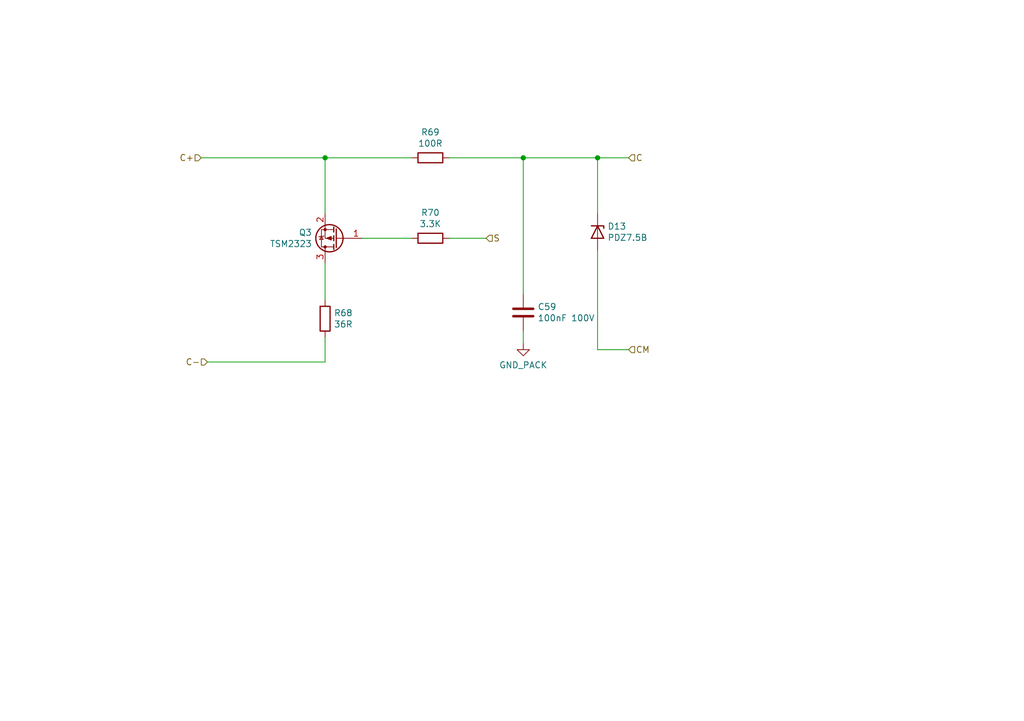
<source format=kicad_sch>
(kicad_sch (version 20230121) (generator eeschema)

  (uuid b617f54a-d595-416e-a403-41f59b27f156)

  (paper "A5")

  (title_block
    (date "2023-10-19")
    (rev "V0.1")
    (company "teTra")
  )

  (lib_symbols
    (symbol "Device:D_Zener" (pin_numbers hide) (pin_names (offset 1.016) hide) (in_bom yes) (on_board yes)
      (property "Reference" "D" (at 0 2.54 0)
        (effects (font (size 1.27 1.27)))
      )
      (property "Value" "D_Zener" (at 0 -2.54 0)
        (effects (font (size 1.27 1.27)))
      )
      (property "Footprint" "" (at 0 0 0)
        (effects (font (size 1.27 1.27)) hide)
      )
      (property "Datasheet" "~" (at 0 0 0)
        (effects (font (size 1.27 1.27)) hide)
      )
      (property "ki_keywords" "diode" (at 0 0 0)
        (effects (font (size 1.27 1.27)) hide)
      )
      (property "ki_description" "Zener diode" (at 0 0 0)
        (effects (font (size 1.27 1.27)) hide)
      )
      (property "ki_fp_filters" "TO-???* *_Diode_* *SingleDiode* D_*" (at 0 0 0)
        (effects (font (size 1.27 1.27)) hide)
      )
      (symbol "D_Zener_0_1"
        (polyline
          (pts
            (xy 1.27 0)
            (xy -1.27 0)
          )
          (stroke (width 0) (type default))
          (fill (type none))
        )
        (polyline
          (pts
            (xy -1.27 -1.27)
            (xy -1.27 1.27)
            (xy -0.762 1.27)
          )
          (stroke (width 0.254) (type default))
          (fill (type none))
        )
        (polyline
          (pts
            (xy 1.27 -1.27)
            (xy 1.27 1.27)
            (xy -1.27 0)
            (xy 1.27 -1.27)
          )
          (stroke (width 0.254) (type default))
          (fill (type none))
        )
      )
      (symbol "D_Zener_1_1"
        (pin passive line (at -3.81 0 0) (length 2.54)
          (name "K" (effects (font (size 1.27 1.27))))
          (number "1" (effects (font (size 1.27 1.27))))
        )
        (pin passive line (at 3.81 0 180) (length 2.54)
          (name "A" (effects (font (size 1.27 1.27))))
          (number "2" (effects (font (size 1.27 1.27))))
        )
      )
    )
    (symbol "Device:Q_PMOS_GSD" (pin_names (offset 0) hide) (in_bom yes) (on_board yes)
      (property "Reference" "Q" (at 5.08 1.27 0)
        (effects (font (size 1.27 1.27)) (justify left))
      )
      (property "Value" "Q_PMOS_GSD" (at 5.08 -1.27 0)
        (effects (font (size 1.27 1.27)) (justify left))
      )
      (property "Footprint" "" (at 5.08 2.54 0)
        (effects (font (size 1.27 1.27)) hide)
      )
      (property "Datasheet" "~" (at 0 0 0)
        (effects (font (size 1.27 1.27)) hide)
      )
      (property "ki_keywords" "transistor PMOS P-MOS P-MOSFET" (at 0 0 0)
        (effects (font (size 1.27 1.27)) hide)
      )
      (property "ki_description" "P-MOSFET transistor, gate/source/drain" (at 0 0 0)
        (effects (font (size 1.27 1.27)) hide)
      )
      (symbol "Q_PMOS_GSD_0_1"
        (polyline
          (pts
            (xy 0.254 0)
            (xy -2.54 0)
          )
          (stroke (width 0) (type default))
          (fill (type none))
        )
        (polyline
          (pts
            (xy 0.254 1.905)
            (xy 0.254 -1.905)
          )
          (stroke (width 0.254) (type default))
          (fill (type none))
        )
        (polyline
          (pts
            (xy 0.762 -1.27)
            (xy 0.762 -2.286)
          )
          (stroke (width 0.254) (type default))
          (fill (type none))
        )
        (polyline
          (pts
            (xy 0.762 0.508)
            (xy 0.762 -0.508)
          )
          (stroke (width 0.254) (type default))
          (fill (type none))
        )
        (polyline
          (pts
            (xy 0.762 2.286)
            (xy 0.762 1.27)
          )
          (stroke (width 0.254) (type default))
          (fill (type none))
        )
        (polyline
          (pts
            (xy 2.54 2.54)
            (xy 2.54 1.778)
          )
          (stroke (width 0) (type default))
          (fill (type none))
        )
        (polyline
          (pts
            (xy 2.54 -2.54)
            (xy 2.54 0)
            (xy 0.762 0)
          )
          (stroke (width 0) (type default))
          (fill (type none))
        )
        (polyline
          (pts
            (xy 0.762 1.778)
            (xy 3.302 1.778)
            (xy 3.302 -1.778)
            (xy 0.762 -1.778)
          )
          (stroke (width 0) (type default))
          (fill (type none))
        )
        (polyline
          (pts
            (xy 2.286 0)
            (xy 1.27 0.381)
            (xy 1.27 -0.381)
            (xy 2.286 0)
          )
          (stroke (width 0) (type default))
          (fill (type outline))
        )
        (polyline
          (pts
            (xy 2.794 -0.508)
            (xy 2.921 -0.381)
            (xy 3.683 -0.381)
            (xy 3.81 -0.254)
          )
          (stroke (width 0) (type default))
          (fill (type none))
        )
        (polyline
          (pts
            (xy 3.302 -0.381)
            (xy 2.921 0.254)
            (xy 3.683 0.254)
            (xy 3.302 -0.381)
          )
          (stroke (width 0) (type default))
          (fill (type none))
        )
        (circle (center 1.651 0) (radius 2.794)
          (stroke (width 0.254) (type default))
          (fill (type none))
        )
        (circle (center 2.54 -1.778) (radius 0.254)
          (stroke (width 0) (type default))
          (fill (type outline))
        )
        (circle (center 2.54 1.778) (radius 0.254)
          (stroke (width 0) (type default))
          (fill (type outline))
        )
      )
      (symbol "Q_PMOS_GSD_1_1"
        (pin input line (at -5.08 0 0) (length 2.54)
          (name "G" (effects (font (size 1.27 1.27))))
          (number "1" (effects (font (size 1.27 1.27))))
        )
        (pin passive line (at 2.54 -5.08 90) (length 2.54)
          (name "S" (effects (font (size 1.27 1.27))))
          (number "2" (effects (font (size 1.27 1.27))))
        )
        (pin passive line (at 2.54 5.08 270) (length 2.54)
          (name "D" (effects (font (size 1.27 1.27))))
          (number "3" (effects (font (size 1.27 1.27))))
        )
      )
    )
    (symbol "Device:R" (pin_numbers hide) (pin_names (offset 0)) (in_bom yes) (on_board yes)
      (property "Reference" "R" (at 2.032 0 90)
        (effects (font (size 1.27 1.27)))
      )
      (property "Value" "R" (at 0 0 90)
        (effects (font (size 1.27 1.27)))
      )
      (property "Footprint" "" (at -1.778 0 90)
        (effects (font (size 1.27 1.27)) hide)
      )
      (property "Datasheet" "~" (at 0 0 0)
        (effects (font (size 1.27 1.27)) hide)
      )
      (property "ki_keywords" "R res resistor" (at 0 0 0)
        (effects (font (size 1.27 1.27)) hide)
      )
      (property "ki_description" "Resistor" (at 0 0 0)
        (effects (font (size 1.27 1.27)) hide)
      )
      (property "ki_fp_filters" "R_*" (at 0 0 0)
        (effects (font (size 1.27 1.27)) hide)
      )
      (symbol "R_0_1"
        (rectangle (start -1.016 -2.54) (end 1.016 2.54)
          (stroke (width 0.254) (type default))
          (fill (type none))
        )
      )
      (symbol "R_1_1"
        (pin passive line (at 0 3.81 270) (length 1.27)
          (name "~" (effects (font (size 1.27 1.27))))
          (number "1" (effects (font (size 1.27 1.27))))
        )
        (pin passive line (at 0 -3.81 90) (length 1.27)
          (name "~" (effects (font (size 1.27 1.27))))
          (number "2" (effects (font (size 1.27 1.27))))
        )
      )
    )
    (symbol "LTC6811-rescue:C-Device" (pin_numbers hide) (pin_names (offset 0.254)) (in_bom yes) (on_board yes)
      (property "Reference" "C" (at 0.635 2.54 0)
        (effects (font (size 1.27 1.27)) (justify left))
      )
      (property "Value" "Device_C" (at 0.635 -2.54 0)
        (effects (font (size 1.27 1.27)) (justify left))
      )
      (property "Footprint" "" (at 0.9652 -3.81 0)
        (effects (font (size 1.27 1.27)) hide)
      )
      (property "Datasheet" "" (at 0 0 0)
        (effects (font (size 1.27 1.27)) hide)
      )
      (property "ki_fp_filters" "C_*" (at 0 0 0)
        (effects (font (size 1.27 1.27)) hide)
      )
      (symbol "C-Device_0_1"
        (polyline
          (pts
            (xy -2.032 -0.762)
            (xy 2.032 -0.762)
          )
          (stroke (width 0.508) (type solid))
          (fill (type none))
        )
        (polyline
          (pts
            (xy -2.032 0.762)
            (xy 2.032 0.762)
          )
          (stroke (width 0.508) (type solid))
          (fill (type none))
        )
      )
      (symbol "C-Device_1_1"
        (pin passive line (at 0 3.81 270) (length 2.794)
          (name "~" (effects (font (size 1.27 1.27))))
          (number "1" (effects (font (size 1.27 1.27))))
        )
        (pin passive line (at 0 -3.81 90) (length 2.794)
          (name "~" (effects (font (size 1.27 1.27))))
          (number "2" (effects (font (size 1.27 1.27))))
        )
      )
    )
    (symbol "power:GND_PACK" (power) (pin_names (offset 0)) (in_bom yes) (on_board yes)
      (property "Reference" "#PWR" (at 0 -6.35 0)
        (effects (font (size 1.27 1.27)) hide)
      )
      (property "Value" "GND_PACK" (at 0 -3.81 0)
        (effects (font (size 1.27 1.27)))
      )
      (property "Footprint" "" (at 0 0 0)
        (effects (font (size 1.27 1.27)) hide)
      )
      (property "Datasheet" "" (at 0 0 0)
        (effects (font (size 1.27 1.27)) hide)
      )
      (property "ki_keywords" "global power" (at 0 0 0)
        (effects (font (size 1.27 1.27)) hide)
      )
      (property "ki_description" "Power symbol creates a global label with name \"GND_PACK\" , ground" (at 0 0 0)
        (effects (font (size 1.27 1.27)) hide)
      )
      (symbol "GND_PACK_0_1"
        (polyline
          (pts
            (xy 0 0)
            (xy 0 -1.27)
            (xy 1.27 -1.27)
            (xy 0 -2.54)
            (xy -1.27 -1.27)
            (xy 0 -1.27)
          )
          (stroke (width 0) (type default))
          (fill (type none))
        )
      )
      (symbol "GND_PACK_1_1"
        (pin power_in line (at 0 0 270) (length 0) hide
          (name "GND_PACK" (effects (font (size 1.27 1.27))))
          (number "1" (effects (font (size 1.27 1.27))))
        )
      )
    )
  )

  (junction (at 122.555 32.385) (diameter 0) (color 0 0 0 0)
    (uuid 5a41a0a9-4a65-4203-9379-8b75415dce6d)
  )
  (junction (at 107.315 32.385) (diameter 0) (color 0 0 0 0)
    (uuid 5f139e44-093e-43a7-a558-f20763f89a8f)
  )
  (junction (at 66.675 32.385) (diameter 0) (color 0 0 0 0)
    (uuid b3215ab0-2cfc-4375-9f4b-50ddd3c00b07)
  )

  (wire (pts (xy 66.675 69.215) (xy 66.675 74.295))
    (stroke (width 0) (type default))
    (uuid 00449964-0469-4a40-8a7e-3261f8f4212d)
  )
  (wire (pts (xy 42.545 74.295) (xy 66.675 74.295))
    (stroke (width 0) (type default))
    (uuid 20aa87fc-cf9a-4f23-a711-cae9932a4116)
  )
  (wire (pts (xy 122.555 32.385) (xy 128.905 32.385))
    (stroke (width 0) (type default))
    (uuid 28efcf94-7f38-4e5a-9267-04afb8c9b61c)
  )
  (wire (pts (xy 107.315 32.385) (xy 107.315 60.325))
    (stroke (width 0) (type default))
    (uuid 3afca798-79e6-4583-9d91-d7af3342a090)
  )
  (wire (pts (xy 122.555 51.435) (xy 122.555 71.755))
    (stroke (width 0) (type default))
    (uuid 5d96c59a-744d-401f-b160-d49ad2c7fb37)
  )
  (wire (pts (xy 66.675 53.975) (xy 66.675 61.595))
    (stroke (width 0) (type default))
    (uuid 685fa693-2cd3-4577-ac16-caf4cb0af852)
  )
  (wire (pts (xy 92.075 48.895) (xy 99.695 48.895))
    (stroke (width 0) (type default))
    (uuid 980ada39-89b2-4e8d-ac5d-5e63b8225a22)
  )
  (wire (pts (xy 107.315 67.945) (xy 107.315 70.485))
    (stroke (width 0) (type default))
    (uuid 9e847583-a3ad-4aa2-b215-b0583e9cd0e7)
  )
  (wire (pts (xy 92.075 32.385) (xy 107.315 32.385))
    (stroke (width 0) (type default))
    (uuid d50952f2-e7b8-4d22-94ed-f1fb55d03bc9)
  )
  (wire (pts (xy 122.555 71.755) (xy 128.905 71.755))
    (stroke (width 0) (type default))
    (uuid e4f48ee0-1025-4c78-bcb3-94534fa4edbc)
  )
  (wire (pts (xy 107.315 32.385) (xy 122.555 32.385))
    (stroke (width 0) (type default))
    (uuid e53e0e6b-cb7c-4c17-b15b-9cafe4dfdcbe)
  )
  (wire (pts (xy 66.675 32.385) (xy 66.675 43.815))
    (stroke (width 0) (type default))
    (uuid e5b313e2-7811-4969-b2bd-2198c88a4048)
  )
  (wire (pts (xy 84.455 32.385) (xy 66.675 32.385))
    (stroke (width 0) (type default))
    (uuid eb2cd8c9-4878-4dc2-a6ce-f0eb2d55dcc9)
  )
  (wire (pts (xy 41.275 32.385) (xy 66.675 32.385))
    (stroke (width 0) (type default))
    (uuid f172ebd6-a074-4a52-9a82-d6e8207c0df7)
  )
  (wire (pts (xy 74.295 48.895) (xy 84.455 48.895))
    (stroke (width 0) (type default))
    (uuid f6c39dd0-8257-4df2-8246-2b7c82daa4a9)
  )
  (wire (pts (xy 122.555 43.815) (xy 122.555 32.385))
    (stroke (width 0) (type default))
    (uuid fdd47970-c072-4da4-8644-8bf011c6214b)
  )

  (hierarchical_label "S" (shape input) (at 99.695 48.895 0) (fields_autoplaced)
    (effects (font (size 1.27 1.27)) (justify left))
    (uuid 4a6bbecf-03f6-4c06-bb2e-550e96c8bdbc)
  )
  (hierarchical_label "C" (shape input) (at 128.905 32.385 0) (fields_autoplaced)
    (effects (font (size 1.27 1.27)) (justify left))
    (uuid 4d348356-9c8b-4d14-82b9-f6a543218144)
  )
  (hierarchical_label "C+" (shape input) (at 41.275 32.385 180) (fields_autoplaced)
    (effects (font (size 1.27 1.27)) (justify right))
    (uuid 4dda22f8-6091-4ff5-af73-cb7c121ff4d7)
  )
  (hierarchical_label "C-" (shape input) (at 42.545 74.295 180) (fields_autoplaced)
    (effects (font (size 1.27 1.27)) (justify right))
    (uuid 7558b255-b61b-4ec0-9d0f-5f1770b52780)
  )
  (hierarchical_label "CM" (shape input) (at 128.905 71.755 0) (fields_autoplaced)
    (effects (font (size 1.27 1.27)) (justify left))
    (uuid 9cc79c65-54f9-43ba-9363-91facd3e8160)
  )

  (symbol (lib_id "Device:Q_PMOS_GSD") (at 69.215 48.895 180) (unit 1)
    (in_bom yes) (on_board yes) (dnp no)
    (uuid 0521340c-6875-40b5-8f4e-658aa854575c)
    (property "Reference" "Q3" (at 64.008 47.7266 0)
      (effects (font (size 1.27 1.27)) (justify left))
    )
    (property "Value" "TSM2323" (at 64.008 50.038 0)
      (effects (font (size 1.27 1.27)) (justify left))
    )
    (property "Footprint" "Package_TO_SOT_SMD:SOT-23" (at 64.135 51.435 0)
      (effects (font (size 1.27 1.27)) hide)
    )
    (property "Datasheet" "~" (at 69.215 48.895 0)
      (effects (font (size 1.27 1.27)) hide)
    )
    (property "MPN" "TSM2323CX RFG " (at 69.215 48.895 0)
      (effects (font (size 1.27 1.27)) hide)
    )
    (pin "1" (uuid de979a08-0494-4a82-94cb-7307717053d8))
    (pin "2" (uuid 1eadc494-f02c-43e8-844d-5edaf151ab48))
    (pin "3" (uuid 84f172cc-039c-4244-8d81-344919d5ff2b))
    (instances
      (project "LTC6811_ESP32"
        (path "/6a86ff6f-b159-4c4c-8a40-e732cc82e010/0999518d-09c3-4a69-bd78-ff81b3ce8dd2/465070a3-d5f3-43ad-8597-2e1a5d40b801"
          (reference "Q3") (unit 1)
        )
        (path "/6a86ff6f-b159-4c4c-8a40-e732cc82e010/0999518d-09c3-4a69-bd78-ff81b3ce8dd2/e334af48-6edd-41fc-8590-ee7e4dff41f8"
          (reference "Q4") (unit 1)
        )
        (path "/6a86ff6f-b159-4c4c-8a40-e732cc82e010/0999518d-09c3-4a69-bd78-ff81b3ce8dd2/19041a75-53c8-4483-ab7a-6e49fae012b6"
          (reference "Q5") (unit 1)
        )
        (path "/6a86ff6f-b159-4c4c-8a40-e732cc82e010/0999518d-09c3-4a69-bd78-ff81b3ce8dd2/e53818c9-b8a7-47e2-8bef-2b7a2c59483f"
          (reference "Q6") (unit 1)
        )
        (path "/6a86ff6f-b159-4c4c-8a40-e732cc82e010/0999518d-09c3-4a69-bd78-ff81b3ce8dd2/d68d73fb-b65c-48fe-93ad-ef8e1e59b36d"
          (reference "Q7") (unit 1)
        )
        (path "/6a86ff6f-b159-4c4c-8a40-e732cc82e010/0999518d-09c3-4a69-bd78-ff81b3ce8dd2/bd59d348-fc68-4734-92b5-50f888b7578c"
          (reference "Q8") (unit 1)
        )
        (path "/6a86ff6f-b159-4c4c-8a40-e732cc82e010/0999518d-09c3-4a69-bd78-ff81b3ce8dd2/8de7d13b-b697-42c9-ba84-33fadfc425b6"
          (reference "Q9") (unit 1)
        )
        (path "/6a86ff6f-b159-4c4c-8a40-e732cc82e010/0999518d-09c3-4a69-bd78-ff81b3ce8dd2/60cc472b-ffa3-49bc-9ffa-1eb4726af0bf"
          (reference "Q10") (unit 1)
        )
        (path "/6a86ff6f-b159-4c4c-8a40-e732cc82e010/0999518d-09c3-4a69-bd78-ff81b3ce8dd2/463e1fe4-7edf-42b1-8034-da5791a5ce86"
          (reference "Q11") (unit 1)
        )
        (path "/6a86ff6f-b159-4c4c-8a40-e732cc82e010/0999518d-09c3-4a69-bd78-ff81b3ce8dd2/210373bf-e475-47d4-99fb-665ba599d634"
          (reference "Q12") (unit 1)
        )
        (path "/6a86ff6f-b159-4c4c-8a40-e732cc82e010/0999518d-09c3-4a69-bd78-ff81b3ce8dd2/c041c063-928c-41d7-8623-0d8fabfc1e80"
          (reference "Q13") (unit 1)
        )
        (path "/6a86ff6f-b159-4c4c-8a40-e732cc82e010/0999518d-09c3-4a69-bd78-ff81b3ce8dd2/fedf4b0c-24fd-4552-8bac-0aa12510716a"
          (reference "Q14") (unit 1)
        )
      )
      (project "LTC6811"
        (path "/c4061cfa-a05d-44c7-ba89-bb211c8b143a/00000000-0000-0000-0000-00005c4fcbe0"
          (reference "Q3") (unit 1)
        )
        (path "/c4061cfa-a05d-44c7-ba89-bb211c8b143a/00000000-0000-0000-0000-00005c4fced8"
          (reference "Q5") (unit 1)
        )
        (path "/c4061cfa-a05d-44c7-ba89-bb211c8b143a/00000000-0000-0000-0000-00005c4fd330"
          (reference "Q7") (unit 1)
        )
        (path "/c4061cfa-a05d-44c7-ba89-bb211c8b143a/00000000-0000-0000-0000-00005c4fd33c"
          (reference "Q9") (unit 1)
        )
        (path "/c4061cfa-a05d-44c7-ba89-bb211c8b143a/00000000-0000-0000-0000-00005c4ffa2b"
          (reference "Q11") (unit 1)
        )
        (path "/c4061cfa-a05d-44c7-ba89-bb211c8b143a/00000000-0000-0000-0000-00005c4ffa37"
          (reference "Q13") (unit 1)
        )
        (path "/c4061cfa-a05d-44c7-ba89-bb211c8b143a/00000000-0000-0000-0000-00005c4fced2"
          (reference "Q4") (unit 1)
        )
        (path "/c4061cfa-a05d-44c7-ba89-bb211c8b143a/00000000-0000-0000-0000-00005c4fd336"
          (reference "Q8") (unit 1)
        )
        (path "/c4061cfa-a05d-44c7-ba89-bb211c8b143a/00000000-0000-0000-0000-00005c4ffa31"
          (reference "Q12") (unit 1)
        )
        (path "/c4061cfa-a05d-44c7-ba89-bb211c8b143a/00000000-0000-0000-0000-00005c4f59f4"
          (reference "Q2") (unit 1)
        )
        (path "/c4061cfa-a05d-44c7-ba89-bb211c8b143a/00000000-0000-0000-0000-00005c4ffa25"
          (reference "Q10") (unit 1)
        )
        (path "/c4061cfa-a05d-44c7-ba89-bb211c8b143a/00000000-0000-0000-0000-00005c4fd32a"
          (reference "Q6") (unit 1)
        )
      )
    )
  )

  (symbol (lib_id "power:GND_PACK") (at 107.315 70.485 0) (unit 1)
    (in_bom yes) (on_board yes) (dnp no) (fields_autoplaced)
    (uuid 5d892bb2-6629-460c-a20d-058cbe4979bb)
    (property "Reference" "#PWR085" (at 107.315 76.835 0)
      (effects (font (size 1.27 1.27)) hide)
    )
    (property "Value" "GND_PACK" (at 107.315 74.93 0)
      (effects (font (size 1.27 1.27)))
    )
    (property "Footprint" "" (at 107.315 70.485 0)
      (effects (font (size 1.27 1.27)) hide)
    )
    (property "Datasheet" "" (at 107.315 70.485 0)
      (effects (font (size 1.27 1.27)) hide)
    )
    (pin "1" (uuid c6433e8f-9801-448a-a8a7-0d35a802ca90))
    (instances
      (project "LTC6811_ESP32"
        (path "/6a86ff6f-b159-4c4c-8a40-e732cc82e010/0999518d-09c3-4a69-bd78-ff81b3ce8dd2"
          (reference "#PWR085") (unit 1)
        )
        (path "/6a86ff6f-b159-4c4c-8a40-e732cc82e010/0999518d-09c3-4a69-bd78-ff81b3ce8dd2/465070a3-d5f3-43ad-8597-2e1a5d40b801"
          (reference "#PWR086") (unit 1)
        )
        (path "/6a86ff6f-b159-4c4c-8a40-e732cc82e010/0999518d-09c3-4a69-bd78-ff81b3ce8dd2/e334af48-6edd-41fc-8590-ee7e4dff41f8"
          (reference "#PWR087") (unit 1)
        )
        (path "/6a86ff6f-b159-4c4c-8a40-e732cc82e010/0999518d-09c3-4a69-bd78-ff81b3ce8dd2/19041a75-53c8-4483-ab7a-6e49fae012b6"
          (reference "#PWR088") (unit 1)
        )
        (path "/6a86ff6f-b159-4c4c-8a40-e732cc82e010/0999518d-09c3-4a69-bd78-ff81b3ce8dd2/e53818c9-b8a7-47e2-8bef-2b7a2c59483f"
          (reference "#PWR089") (unit 1)
        )
        (path "/6a86ff6f-b159-4c4c-8a40-e732cc82e010/0999518d-09c3-4a69-bd78-ff81b3ce8dd2/d68d73fb-b65c-48fe-93ad-ef8e1e59b36d"
          (reference "#PWR090") (unit 1)
        )
        (path "/6a86ff6f-b159-4c4c-8a40-e732cc82e010/0999518d-09c3-4a69-bd78-ff81b3ce8dd2/bd59d348-fc68-4734-92b5-50f888b7578c"
          (reference "#PWR091") (unit 1)
        )
        (path "/6a86ff6f-b159-4c4c-8a40-e732cc82e010/0999518d-09c3-4a69-bd78-ff81b3ce8dd2/8de7d13b-b697-42c9-ba84-33fadfc425b6"
          (reference "#PWR092") (unit 1)
        )
        (path "/6a86ff6f-b159-4c4c-8a40-e732cc82e010/0999518d-09c3-4a69-bd78-ff81b3ce8dd2/60cc472b-ffa3-49bc-9ffa-1eb4726af0bf"
          (reference "#PWR093") (unit 1)
        )
        (path "/6a86ff6f-b159-4c4c-8a40-e732cc82e010/0999518d-09c3-4a69-bd78-ff81b3ce8dd2/463e1fe4-7edf-42b1-8034-da5791a5ce86"
          (reference "#PWR094") (unit 1)
        )
        (path "/6a86ff6f-b159-4c4c-8a40-e732cc82e010/0999518d-09c3-4a69-bd78-ff81b3ce8dd2/210373bf-e475-47d4-99fb-665ba599d634"
          (reference "#PWR095") (unit 1)
        )
        (path "/6a86ff6f-b159-4c4c-8a40-e732cc82e010/0999518d-09c3-4a69-bd78-ff81b3ce8dd2/c041c063-928c-41d7-8623-0d8fabfc1e80"
          (reference "#PWR096") (unit 1)
        )
        (path "/6a86ff6f-b159-4c4c-8a40-e732cc82e010/0999518d-09c3-4a69-bd78-ff81b3ce8dd2/fedf4b0c-24fd-4552-8bac-0aa12510716a"
          (reference "#PWR097") (unit 1)
        )
      )
    )
  )

  (symbol (lib_id "Device:R") (at 88.265 48.895 270) (unit 1)
    (in_bom yes) (on_board yes) (dnp no)
    (uuid 5f2a1073-76ab-46f5-9581-e7e19e53c38d)
    (property "Reference" "R70" (at 88.265 43.6372 90)
      (effects (font (size 1.27 1.27)))
    )
    (property "Value" "3.3K" (at 88.265 45.9486 90)
      (effects (font (size 1.27 1.27)))
    )
    (property "Footprint" "Resistor_SMD:R_0603_1608Metric" (at 88.265 47.117 90)
      (effects (font (size 1.27 1.27)) hide)
    )
    (property "Datasheet" "~" (at 88.265 48.895 0)
      (effects (font (size 1.27 1.27)) hide)
    )
    (property "MPN" "RC0603JR-073K3L" (at 88.265 48.895 0)
      (effects (font (size 1.27 1.27)) hide)
    )
    (pin "1" (uuid 2bdb3f02-610a-4f6a-9ec1-9e5915d7c4cb))
    (pin "2" (uuid 25ad0aa9-9760-4419-bf71-f28dd03f5761))
    (instances
      (project "LTC6811_ESP32"
        (path "/6a86ff6f-b159-4c4c-8a40-e732cc82e010/0999518d-09c3-4a69-bd78-ff81b3ce8dd2/465070a3-d5f3-43ad-8597-2e1a5d40b801"
          (reference "R70") (unit 1)
        )
        (path "/6a86ff6f-b159-4c4c-8a40-e732cc82e010/0999518d-09c3-4a69-bd78-ff81b3ce8dd2/e334af48-6edd-41fc-8590-ee7e4dff41f8"
          (reference "R73") (unit 1)
        )
        (path "/6a86ff6f-b159-4c4c-8a40-e732cc82e010/0999518d-09c3-4a69-bd78-ff81b3ce8dd2/19041a75-53c8-4483-ab7a-6e49fae012b6"
          (reference "R76") (unit 1)
        )
        (path "/6a86ff6f-b159-4c4c-8a40-e732cc82e010/0999518d-09c3-4a69-bd78-ff81b3ce8dd2/e53818c9-b8a7-47e2-8bef-2b7a2c59483f"
          (reference "R79") (unit 1)
        )
        (path "/6a86ff6f-b159-4c4c-8a40-e732cc82e010/0999518d-09c3-4a69-bd78-ff81b3ce8dd2/d68d73fb-b65c-48fe-93ad-ef8e1e59b36d"
          (reference "R82") (unit 1)
        )
        (path "/6a86ff6f-b159-4c4c-8a40-e732cc82e010/0999518d-09c3-4a69-bd78-ff81b3ce8dd2/bd59d348-fc68-4734-92b5-50f888b7578c"
          (reference "R85") (unit 1)
        )
        (path "/6a86ff6f-b159-4c4c-8a40-e732cc82e010/0999518d-09c3-4a69-bd78-ff81b3ce8dd2/8de7d13b-b697-42c9-ba84-33fadfc425b6"
          (reference "R88") (unit 1)
        )
        (path "/6a86ff6f-b159-4c4c-8a40-e732cc82e010/0999518d-09c3-4a69-bd78-ff81b3ce8dd2/60cc472b-ffa3-49bc-9ffa-1eb4726af0bf"
          (reference "R91") (unit 1)
        )
        (path "/6a86ff6f-b159-4c4c-8a40-e732cc82e010/0999518d-09c3-4a69-bd78-ff81b3ce8dd2/463e1fe4-7edf-42b1-8034-da5791a5ce86"
          (reference "R94") (unit 1)
        )
        (path "/6a86ff6f-b159-4c4c-8a40-e732cc82e010/0999518d-09c3-4a69-bd78-ff81b3ce8dd2/210373bf-e475-47d4-99fb-665ba599d634"
          (reference "R97") (unit 1)
        )
        (path "/6a86ff6f-b159-4c4c-8a40-e732cc82e010/0999518d-09c3-4a69-bd78-ff81b3ce8dd2/c041c063-928c-41d7-8623-0d8fabfc1e80"
          (reference "R100") (unit 1)
        )
        (path "/6a86ff6f-b159-4c4c-8a40-e732cc82e010/0999518d-09c3-4a69-bd78-ff81b3ce8dd2/fedf4b0c-24fd-4552-8bac-0aa12510716a"
          (reference "R103") (unit 1)
        )
      )
      (project "LTC6811"
        (path "/c4061cfa-a05d-44c7-ba89-bb211c8b143a/00000000-0000-0000-0000-00005c4fcbe0"
          (reference "R17") (unit 1)
        )
        (path "/c4061cfa-a05d-44c7-ba89-bb211c8b143a/00000000-0000-0000-0000-00005c4fced8"
          (reference "R23") (unit 1)
        )
        (path "/c4061cfa-a05d-44c7-ba89-bb211c8b143a/00000000-0000-0000-0000-00005c4fd330"
          (reference "R29") (unit 1)
        )
        (path "/c4061cfa-a05d-44c7-ba89-bb211c8b143a/00000000-0000-0000-0000-00005c4fd33c"
          (reference "R35") (unit 1)
        )
        (path "/c4061cfa-a05d-44c7-ba89-bb211c8b143a/00000000-0000-0000-0000-00005c4ffa2b"
          (reference "R41") (unit 1)
        )
        (path "/c4061cfa-a05d-44c7-ba89-bb211c8b143a/00000000-0000-0000-0000-00005c4ffa37"
          (reference "R47") (unit 1)
        )
        (path "/c4061cfa-a05d-44c7-ba89-bb211c8b143a/00000000-0000-0000-0000-00005c4fced2"
          (reference "R20") (unit 1)
        )
        (path "/c4061cfa-a05d-44c7-ba89-bb211c8b143a/00000000-0000-0000-0000-00005c4fd336"
          (reference "R32") (unit 1)
        )
        (path "/c4061cfa-a05d-44c7-ba89-bb211c8b143a/00000000-0000-0000-0000-00005c4ffa31"
          (reference "R44") (unit 1)
        )
        (path "/c4061cfa-a05d-44c7-ba89-bb211c8b143a/00000000-0000-0000-0000-00005c4f59f4"
          (reference "R14") (unit 1)
        )
        (path "/c4061cfa-a05d-44c7-ba89-bb211c8b143a/00000000-0000-0000-0000-00005c4ffa25"
          (reference "R38") (unit 1)
        )
        (path "/c4061cfa-a05d-44c7-ba89-bb211c8b143a/00000000-0000-0000-0000-00005c4fd32a"
          (reference "R26") (unit 1)
        )
      )
    )
  )

  (symbol (lib_id "LTC6811-rescue:C-Device") (at 107.315 64.135 0) (unit 1)
    (in_bom yes) (on_board yes) (dnp no)
    (uuid b6a6273f-7685-4248-b1db-9f35a32326fb)
    (property "Reference" "C59" (at 110.236 62.9666 0)
      (effects (font (size 1.27 1.27)) (justify left))
    )
    (property "Value" "100nF 100V" (at 110.236 65.278 0)
      (effects (font (size 1.27 1.27)) (justify left))
    )
    (property "Footprint" "Capacitor_SMD:C_0603_1608Metric" (at 108.2802 67.945 0)
      (effects (font (size 1.27 1.27)) hide)
    )
    (property "Datasheet" "https://www.digikey.jp/en/products/detail/samsung-electro-mechanics/CL10B104KC8NNNC/5961291?s=N4IgTCBcDaIMIBkCMAGAQqgLAaTgDgDki4AdEkAXQF8g" (at 107.315 64.135 0)
      (effects (font (size 1.27 1.27)) hide)
    )
    (property "MPN" "CL10B104KC8NNNC" (at 107.315 64.135 0)
      (effects (font (size 1.27 1.27)) hide)
    )
    (property "Description" "0.1 µF ±10% 100V Ceramic Capacitor X7R 0603 (1608 Metric)" (at 107.315 64.135 0)
      (effects (font (size 1.27 1.27)) hide)
    )
    (property "Link" "https://www.digikey.jp/en/products/detail/samsung-electro-mechanics/CL10B104KC8NNNC/5961291?s=N4IgTCBcDaIMIBkCMAGAQqgLAaTgDgDki4QBdAXyA" (at 107.315 64.135 0)
      (effects (font (size 1.27 1.27)) hide)
    )
    (pin "1" (uuid b7d80729-4f1d-49bb-bf6f-af51490b6c3f))
    (pin "2" (uuid 38b99dfe-eb21-4ea2-ab90-5b0d05c8d2ab))
    (instances
      (project "LTC6811_ESP32"
        (path "/6a86ff6f-b159-4c4c-8a40-e732cc82e010/0999518d-09c3-4a69-bd78-ff81b3ce8dd2/465070a3-d5f3-43ad-8597-2e1a5d40b801"
          (reference "C59") (unit 1)
        )
        (path "/6a86ff6f-b159-4c4c-8a40-e732cc82e010/0999518d-09c3-4a69-bd78-ff81b3ce8dd2/e334af48-6edd-41fc-8590-ee7e4dff41f8"
          (reference "C60") (unit 1)
        )
        (path "/6a86ff6f-b159-4c4c-8a40-e732cc82e010/0999518d-09c3-4a69-bd78-ff81b3ce8dd2/19041a75-53c8-4483-ab7a-6e49fae012b6"
          (reference "C61") (unit 1)
        )
        (path "/6a86ff6f-b159-4c4c-8a40-e732cc82e010/0999518d-09c3-4a69-bd78-ff81b3ce8dd2/e53818c9-b8a7-47e2-8bef-2b7a2c59483f"
          (reference "C62") (unit 1)
        )
        (path "/6a86ff6f-b159-4c4c-8a40-e732cc82e010/0999518d-09c3-4a69-bd78-ff81b3ce8dd2/d68d73fb-b65c-48fe-93ad-ef8e1e59b36d"
          (reference "C63") (unit 1)
        )
        (path "/6a86ff6f-b159-4c4c-8a40-e732cc82e010/0999518d-09c3-4a69-bd78-ff81b3ce8dd2/bd59d348-fc68-4734-92b5-50f888b7578c"
          (reference "C64") (unit 1)
        )
        (path "/6a86ff6f-b159-4c4c-8a40-e732cc82e010/0999518d-09c3-4a69-bd78-ff81b3ce8dd2/8de7d13b-b697-42c9-ba84-33fadfc425b6"
          (reference "C65") (unit 1)
        )
        (path "/6a86ff6f-b159-4c4c-8a40-e732cc82e010/0999518d-09c3-4a69-bd78-ff81b3ce8dd2/60cc472b-ffa3-49bc-9ffa-1eb4726af0bf"
          (reference "C66") (unit 1)
        )
        (path "/6a86ff6f-b159-4c4c-8a40-e732cc82e010/0999518d-09c3-4a69-bd78-ff81b3ce8dd2/463e1fe4-7edf-42b1-8034-da5791a5ce86"
          (reference "C67") (unit 1)
        )
        (path "/6a86ff6f-b159-4c4c-8a40-e732cc82e010/0999518d-09c3-4a69-bd78-ff81b3ce8dd2/210373bf-e475-47d4-99fb-665ba599d634"
          (reference "C68") (unit 1)
        )
        (path "/6a86ff6f-b159-4c4c-8a40-e732cc82e010/0999518d-09c3-4a69-bd78-ff81b3ce8dd2/c041c063-928c-41d7-8623-0d8fabfc1e80"
          (reference "C69") (unit 1)
        )
        (path "/6a86ff6f-b159-4c4c-8a40-e732cc82e010/0999518d-09c3-4a69-bd78-ff81b3ce8dd2/fedf4b0c-24fd-4552-8bac-0aa12510716a"
          (reference "C70") (unit 1)
        )
      )
      (project "LTC6811"
        (path "/c4061cfa-a05d-44c7-ba89-bb211c8b143a/00000000-0000-0000-0000-00005c4fcbe0"
          (reference "C14") (unit 1)
        )
        (path "/c4061cfa-a05d-44c7-ba89-bb211c8b143a/00000000-0000-0000-0000-00005c4fced8"
          (reference "C16") (unit 1)
        )
        (path "/c4061cfa-a05d-44c7-ba89-bb211c8b143a/00000000-0000-0000-0000-00005c4fd330"
          (reference "C18") (unit 1)
        )
        (path "/c4061cfa-a05d-44c7-ba89-bb211c8b143a/00000000-0000-0000-0000-00005c4fd33c"
          (reference "C20") (unit 1)
        )
        (path "/c4061cfa-a05d-44c7-ba89-bb211c8b143a/00000000-0000-0000-0000-00005c4ffa2b"
          (reference "C22") (unit 1)
        )
        (path "/c4061cfa-a05d-44c7-ba89-bb211c8b143a/00000000-0000-0000-0000-00005c4ffa37"
          (reference "C24") (unit 1)
        )
        (path "/c4061cfa-a05d-44c7-ba89-bb211c8b143a/00000000-0000-0000-0000-00005c4fced2"
          (reference "C15") (unit 1)
        )
        (path "/c4061cfa-a05d-44c7-ba89-bb211c8b143a/00000000-0000-0000-0000-00005c4fd336"
          (reference "C19") (unit 1)
        )
        (path "/c4061cfa-a05d-44c7-ba89-bb211c8b143a/00000000-0000-0000-0000-00005c4ffa31"
          (reference "C23") (unit 1)
        )
        (path "/c4061cfa-a05d-44c7-ba89-bb211c8b143a/00000000-0000-0000-0000-00005c4f59f4"
          (reference "C13") (unit 1)
        )
        (path "/c4061cfa-a05d-44c7-ba89-bb211c8b143a/00000000-0000-0000-0000-00005c4ffa25"
          (reference "C21") (unit 1)
        )
        (path "/c4061cfa-a05d-44c7-ba89-bb211c8b143a/00000000-0000-0000-0000-00005c4fd32a"
          (reference "C17") (unit 1)
        )
      )
    )
  )

  (symbol (lib_id "Device:R") (at 66.675 65.405 180) (unit 1)
    (in_bom yes) (on_board yes) (dnp no)
    (uuid cf86cc3e-0bf9-498f-9c39-5ddc44f31eaf)
    (property "Reference" "R68" (at 68.453 64.2366 0)
      (effects (font (size 1.27 1.27)) (justify right))
    )
    (property "Value" "36R" (at 68.453 66.548 0)
      (effects (font (size 1.27 1.27)) (justify right))
    )
    (property "Footprint" "Resistor_SMD:R_2512_6332Metric" (at 68.453 65.405 90)
      (effects (font (size 1.27 1.27)) hide)
    )
    (property "Datasheet" "~" (at 66.675 65.405 0)
      (effects (font (size 1.27 1.27)) hide)
    )
    (property "MPN" "RTT25360JTE" (at 66.675 65.405 0)
      (effects (font (size 1.27 1.27)) hide)
    )
    (pin "1" (uuid 173d3a0d-659c-4ca6-b91e-b491f0f34a68))
    (pin "2" (uuid d30953cf-798b-4bcd-8c0a-87dbf7c3a86d))
    (instances
      (project "LTC6811_ESP32"
        (path "/6a86ff6f-b159-4c4c-8a40-e732cc82e010/0999518d-09c3-4a69-bd78-ff81b3ce8dd2/465070a3-d5f3-43ad-8597-2e1a5d40b801"
          (reference "R68") (unit 1)
        )
        (path "/6a86ff6f-b159-4c4c-8a40-e732cc82e010/0999518d-09c3-4a69-bd78-ff81b3ce8dd2/e334af48-6edd-41fc-8590-ee7e4dff41f8"
          (reference "R71") (unit 1)
        )
        (path "/6a86ff6f-b159-4c4c-8a40-e732cc82e010/0999518d-09c3-4a69-bd78-ff81b3ce8dd2/19041a75-53c8-4483-ab7a-6e49fae012b6"
          (reference "R74") (unit 1)
        )
        (path "/6a86ff6f-b159-4c4c-8a40-e732cc82e010/0999518d-09c3-4a69-bd78-ff81b3ce8dd2/e53818c9-b8a7-47e2-8bef-2b7a2c59483f"
          (reference "R77") (unit 1)
        )
        (path "/6a86ff6f-b159-4c4c-8a40-e732cc82e010/0999518d-09c3-4a69-bd78-ff81b3ce8dd2/d68d73fb-b65c-48fe-93ad-ef8e1e59b36d"
          (reference "R80") (unit 1)
        )
        (path "/6a86ff6f-b159-4c4c-8a40-e732cc82e010/0999518d-09c3-4a69-bd78-ff81b3ce8dd2/bd59d348-fc68-4734-92b5-50f888b7578c"
          (reference "R83") (unit 1)
        )
        (path "/6a86ff6f-b159-4c4c-8a40-e732cc82e010/0999518d-09c3-4a69-bd78-ff81b3ce8dd2/8de7d13b-b697-42c9-ba84-33fadfc425b6"
          (reference "R86") (unit 1)
        )
        (path "/6a86ff6f-b159-4c4c-8a40-e732cc82e010/0999518d-09c3-4a69-bd78-ff81b3ce8dd2/60cc472b-ffa3-49bc-9ffa-1eb4726af0bf"
          (reference "R89") (unit 1)
        )
        (path "/6a86ff6f-b159-4c4c-8a40-e732cc82e010/0999518d-09c3-4a69-bd78-ff81b3ce8dd2/463e1fe4-7edf-42b1-8034-da5791a5ce86"
          (reference "R92") (unit 1)
        )
        (path "/6a86ff6f-b159-4c4c-8a40-e732cc82e010/0999518d-09c3-4a69-bd78-ff81b3ce8dd2/210373bf-e475-47d4-99fb-665ba599d634"
          (reference "R95") (unit 1)
        )
        (path "/6a86ff6f-b159-4c4c-8a40-e732cc82e010/0999518d-09c3-4a69-bd78-ff81b3ce8dd2/c041c063-928c-41d7-8623-0d8fabfc1e80"
          (reference "R98") (unit 1)
        )
        (path "/6a86ff6f-b159-4c4c-8a40-e732cc82e010/0999518d-09c3-4a69-bd78-ff81b3ce8dd2/fedf4b0c-24fd-4552-8bac-0aa12510716a"
          (reference "R101") (unit 1)
        )
      )
      (project "LTC6811"
        (path "/c4061cfa-a05d-44c7-ba89-bb211c8b143a/00000000-0000-0000-0000-00005c4fcbe0"
          (reference "R15") (unit 1)
        )
        (path "/c4061cfa-a05d-44c7-ba89-bb211c8b143a/00000000-0000-0000-0000-00005c4fced8"
          (reference "R21") (unit 1)
        )
        (path "/c4061cfa-a05d-44c7-ba89-bb211c8b143a/00000000-0000-0000-0000-00005c4fd330"
          (reference "R27") (unit 1)
        )
        (path "/c4061cfa-a05d-44c7-ba89-bb211c8b143a/00000000-0000-0000-0000-00005c4fd33c"
          (reference "R33") (unit 1)
        )
        (path "/c4061cfa-a05d-44c7-ba89-bb211c8b143a/00000000-0000-0000-0000-00005c4ffa2b"
          (reference "R39") (unit 1)
        )
        (path "/c4061cfa-a05d-44c7-ba89-bb211c8b143a/00000000-0000-0000-0000-00005c4ffa37"
          (reference "R45") (unit 1)
        )
        (path "/c4061cfa-a05d-44c7-ba89-bb211c8b143a/00000000-0000-0000-0000-00005c4fced2"
          (reference "R18") (unit 1)
        )
        (path "/c4061cfa-a05d-44c7-ba89-bb211c8b143a/00000000-0000-0000-0000-00005c4fd336"
          (reference "R30") (unit 1)
        )
        (path "/c4061cfa-a05d-44c7-ba89-bb211c8b143a/00000000-0000-0000-0000-00005c4ffa31"
          (reference "R42") (unit 1)
        )
        (path "/c4061cfa-a05d-44c7-ba89-bb211c8b143a/00000000-0000-0000-0000-00005c4f59f4"
          (reference "R12") (unit 1)
        )
        (path "/c4061cfa-a05d-44c7-ba89-bb211c8b143a/00000000-0000-0000-0000-00005c4ffa25"
          (reference "R36") (unit 1)
        )
        (path "/c4061cfa-a05d-44c7-ba89-bb211c8b143a/00000000-0000-0000-0000-00005c4fd32a"
          (reference "R24") (unit 1)
        )
      )
    )
  )

  (symbol (lib_id "Device:D_Zener") (at 122.555 47.625 270) (unit 1)
    (in_bom yes) (on_board yes) (dnp no)
    (uuid e9f8dff2-0f77-410d-90a4-ff6b6cb1f514)
    (property "Reference" "D13" (at 124.5616 46.4566 90)
      (effects (font (size 1.27 1.27)) (justify left))
    )
    (property "Value" "PDZ7.5B" (at 124.5616 48.768 90)
      (effects (font (size 1.27 1.27)) (justify left))
    )
    (property "Footprint" "Diode_SMD:D_SOD-323" (at 122.555 47.625 0)
      (effects (font (size 1.27 1.27)) hide)
    )
    (property "Datasheet" "https://assets.nexperia.com/documents/data-sheet/PDZ-B_SER.pdf" (at 122.555 47.625 0)
      (effects (font (size 1.27 1.27)) hide)
    )
    (property "MPN" "PDZ7.5BZ" (at 122.555 47.625 0)
      (effects (font (size 1.27 1.27)) hide)
    )
    (property "Description" "Zener Diode 7.6 V 400 mW ±2% Surface Mount SOD-323" (at 122.555 47.625 0)
      (effects (font (size 1.27 1.27)) hide)
    )
    (property "Link" "https://www.digikey.jp/en/products/detail/nexperia-usa-inc/PDZ7-5BZ/7495708" (at 122.555 47.625 0)
      (effects (font (size 1.27 1.27)) hide)
    )
    (pin "1" (uuid d065ce37-03a7-4055-bc57-299c21d74015))
    (pin "2" (uuid d6dd6a56-e0ee-440b-9167-c52e648c11e6))
    (instances
      (project "LTC6811_ESP32"
        (path "/6a86ff6f-b159-4c4c-8a40-e732cc82e010/0999518d-09c3-4a69-bd78-ff81b3ce8dd2/465070a3-d5f3-43ad-8597-2e1a5d40b801"
          (reference "D13") (unit 1)
        )
        (path "/6a86ff6f-b159-4c4c-8a40-e732cc82e010/0999518d-09c3-4a69-bd78-ff81b3ce8dd2/e334af48-6edd-41fc-8590-ee7e4dff41f8"
          (reference "D14") (unit 1)
        )
        (path "/6a86ff6f-b159-4c4c-8a40-e732cc82e010/0999518d-09c3-4a69-bd78-ff81b3ce8dd2/19041a75-53c8-4483-ab7a-6e49fae012b6"
          (reference "D15") (unit 1)
        )
        (path "/6a86ff6f-b159-4c4c-8a40-e732cc82e010/0999518d-09c3-4a69-bd78-ff81b3ce8dd2/e53818c9-b8a7-47e2-8bef-2b7a2c59483f"
          (reference "D16") (unit 1)
        )
        (path "/6a86ff6f-b159-4c4c-8a40-e732cc82e010/0999518d-09c3-4a69-bd78-ff81b3ce8dd2/d68d73fb-b65c-48fe-93ad-ef8e1e59b36d"
          (reference "D17") (unit 1)
        )
        (path "/6a86ff6f-b159-4c4c-8a40-e732cc82e010/0999518d-09c3-4a69-bd78-ff81b3ce8dd2/bd59d348-fc68-4734-92b5-50f888b7578c"
          (reference "D18") (unit 1)
        )
        (path "/6a86ff6f-b159-4c4c-8a40-e732cc82e010/0999518d-09c3-4a69-bd78-ff81b3ce8dd2/8de7d13b-b697-42c9-ba84-33fadfc425b6"
          (reference "D19") (unit 1)
        )
        (path "/6a86ff6f-b159-4c4c-8a40-e732cc82e010/0999518d-09c3-4a69-bd78-ff81b3ce8dd2/60cc472b-ffa3-49bc-9ffa-1eb4726af0bf"
          (reference "D20") (unit 1)
        )
        (path "/6a86ff6f-b159-4c4c-8a40-e732cc82e010/0999518d-09c3-4a69-bd78-ff81b3ce8dd2/463e1fe4-7edf-42b1-8034-da5791a5ce86"
          (reference "D21") (unit 1)
        )
        (path "/6a86ff6f-b159-4c4c-8a40-e732cc82e010/0999518d-09c3-4a69-bd78-ff81b3ce8dd2/210373bf-e475-47d4-99fb-665ba599d634"
          (reference "D22") (unit 1)
        )
        (path "/6a86ff6f-b159-4c4c-8a40-e732cc82e010/0999518d-09c3-4a69-bd78-ff81b3ce8dd2/c041c063-928c-41d7-8623-0d8fabfc1e80"
          (reference "D23") (unit 1)
        )
        (path "/6a86ff6f-b159-4c4c-8a40-e732cc82e010/0999518d-09c3-4a69-bd78-ff81b3ce8dd2/fedf4b0c-24fd-4552-8bac-0aa12510716a"
          (reference "D24") (unit 1)
        )
      )
      (project "LTC6811"
        (path "/c4061cfa-a05d-44c7-ba89-bb211c8b143a/00000000-0000-0000-0000-00005c4fced2"
          (reference "D3") (unit 1)
        )
        (path "/c4061cfa-a05d-44c7-ba89-bb211c8b143a/00000000-0000-0000-0000-00005c4fced8"
          (reference "D4") (unit 1)
        )
        (path "/c4061cfa-a05d-44c7-ba89-bb211c8b143a/00000000-0000-0000-0000-00005c4fd330"
          (reference "D6") (unit 1)
        )
        (path "/c4061cfa-a05d-44c7-ba89-bb211c8b143a/00000000-0000-0000-0000-00005c4fd33c"
          (reference "D8") (unit 1)
        )
        (path "/c4061cfa-a05d-44c7-ba89-bb211c8b143a/00000000-0000-0000-0000-00005c4ffa2b"
          (reference "D10") (unit 1)
        )
        (path "/c4061cfa-a05d-44c7-ba89-bb211c8b143a/00000000-0000-0000-0000-00005c4ffa37"
          (reference "D12") (unit 1)
        )
        (path "/c4061cfa-a05d-44c7-ba89-bb211c8b143a/00000000-0000-0000-0000-00005c4fcbe0"
          (reference "D2") (unit 1)
        )
        (path "/c4061cfa-a05d-44c7-ba89-bb211c8b143a/00000000-0000-0000-0000-00005c4fd336"
          (reference "D7") (unit 1)
        )
        (path "/c4061cfa-a05d-44c7-ba89-bb211c8b143a/00000000-0000-0000-0000-00005c4ffa31"
          (reference "D11") (unit 1)
        )
        (path "/c4061cfa-a05d-44c7-ba89-bb211c8b143a/00000000-0000-0000-0000-00005c4fd32a"
          (reference "D5") (unit 1)
        )
        (path "/c4061cfa-a05d-44c7-ba89-bb211c8b143a/00000000-0000-0000-0000-00005c4f59f4"
          (reference "D1") (unit 1)
        )
        (path "/c4061cfa-a05d-44c7-ba89-bb211c8b143a/00000000-0000-0000-0000-00005c4ffa25"
          (reference "D9") (unit 1)
        )
      )
    )
  )

  (symbol (lib_id "Device:R") (at 88.265 32.385 270) (unit 1)
    (in_bom yes) (on_board yes) (dnp no)
    (uuid f16eab15-5551-4469-8385-88c329c1058a)
    (property "Reference" "R69" (at 88.265 27.1272 90)
      (effects (font (size 1.27 1.27)))
    )
    (property "Value" "100R" (at 88.265 29.4386 90)
      (effects (font (size 1.27 1.27)))
    )
    (property "Footprint" "Resistor_SMD:R_0603_1608Metric" (at 88.265 30.607 90)
      (effects (font (size 1.27 1.27)) hide)
    )
    (property "Datasheet" "~" (at 88.265 32.385 0)
      (effects (font (size 1.27 1.27)) hide)
    )
    (property "MPN" "RC0603FR-07100RL" (at 88.265 32.385 0)
      (effects (font (size 1.27 1.27)) hide)
    )
    (pin "1" (uuid 0624b06b-089c-4b9a-8f49-76732768c24c))
    (pin "2" (uuid 407c3cf2-fd65-4fec-8b81-b5de6a48eb20))
    (instances
      (project "LTC6811_ESP32"
        (path "/6a86ff6f-b159-4c4c-8a40-e732cc82e010/0999518d-09c3-4a69-bd78-ff81b3ce8dd2/465070a3-d5f3-43ad-8597-2e1a5d40b801"
          (reference "R69") (unit 1)
        )
        (path "/6a86ff6f-b159-4c4c-8a40-e732cc82e010/0999518d-09c3-4a69-bd78-ff81b3ce8dd2/e334af48-6edd-41fc-8590-ee7e4dff41f8"
          (reference "R72") (unit 1)
        )
        (path "/6a86ff6f-b159-4c4c-8a40-e732cc82e010/0999518d-09c3-4a69-bd78-ff81b3ce8dd2/19041a75-53c8-4483-ab7a-6e49fae012b6"
          (reference "R75") (unit 1)
        )
        (path "/6a86ff6f-b159-4c4c-8a40-e732cc82e010/0999518d-09c3-4a69-bd78-ff81b3ce8dd2/e53818c9-b8a7-47e2-8bef-2b7a2c59483f"
          (reference "R78") (unit 1)
        )
        (path "/6a86ff6f-b159-4c4c-8a40-e732cc82e010/0999518d-09c3-4a69-bd78-ff81b3ce8dd2/d68d73fb-b65c-48fe-93ad-ef8e1e59b36d"
          (reference "R81") (unit 1)
        )
        (path "/6a86ff6f-b159-4c4c-8a40-e732cc82e010/0999518d-09c3-4a69-bd78-ff81b3ce8dd2/bd59d348-fc68-4734-92b5-50f888b7578c"
          (reference "R84") (unit 1)
        )
        (path "/6a86ff6f-b159-4c4c-8a40-e732cc82e010/0999518d-09c3-4a69-bd78-ff81b3ce8dd2/8de7d13b-b697-42c9-ba84-33fadfc425b6"
          (reference "R87") (unit 1)
        )
        (path "/6a86ff6f-b159-4c4c-8a40-e732cc82e010/0999518d-09c3-4a69-bd78-ff81b3ce8dd2/60cc472b-ffa3-49bc-9ffa-1eb4726af0bf"
          (reference "R90") (unit 1)
        )
        (path "/6a86ff6f-b159-4c4c-8a40-e732cc82e010/0999518d-09c3-4a69-bd78-ff81b3ce8dd2/463e1fe4-7edf-42b1-8034-da5791a5ce86"
          (reference "R93") (unit 1)
        )
        (path "/6a86ff6f-b159-4c4c-8a40-e732cc82e010/0999518d-09c3-4a69-bd78-ff81b3ce8dd2/210373bf-e475-47d4-99fb-665ba599d634"
          (reference "R96") (unit 1)
        )
        (path "/6a86ff6f-b159-4c4c-8a40-e732cc82e010/0999518d-09c3-4a69-bd78-ff81b3ce8dd2/c041c063-928c-41d7-8623-0d8fabfc1e80"
          (reference "R99") (unit 1)
        )
        (path "/6a86ff6f-b159-4c4c-8a40-e732cc82e010/0999518d-09c3-4a69-bd78-ff81b3ce8dd2/fedf4b0c-24fd-4552-8bac-0aa12510716a"
          (reference "R102") (unit 1)
        )
      )
      (project "LTC6811"
        (path "/c4061cfa-a05d-44c7-ba89-bb211c8b143a/00000000-0000-0000-0000-00005c4fcbe0"
          (reference "R16") (unit 1)
        )
        (path "/c4061cfa-a05d-44c7-ba89-bb211c8b143a/00000000-0000-0000-0000-00005c4fced8"
          (reference "R22") (unit 1)
        )
        (path "/c4061cfa-a05d-44c7-ba89-bb211c8b143a/00000000-0000-0000-0000-00005c4fd330"
          (reference "R28") (unit 1)
        )
        (path "/c4061cfa-a05d-44c7-ba89-bb211c8b143a/00000000-0000-0000-0000-00005c4fd33c"
          (reference "R34") (unit 1)
        )
        (path "/c4061cfa-a05d-44c7-ba89-bb211c8b143a/00000000-0000-0000-0000-00005c4ffa2b"
          (reference "R40") (unit 1)
        )
        (path "/c4061cfa-a05d-44c7-ba89-bb211c8b143a/00000000-0000-0000-0000-00005c4ffa37"
          (reference "R46") (unit 1)
        )
        (path "/c4061cfa-a05d-44c7-ba89-bb211c8b143a/00000000-0000-0000-0000-00005c4fced2"
          (reference "R19") (unit 1)
        )
        (path "/c4061cfa-a05d-44c7-ba89-bb211c8b143a/00000000-0000-0000-0000-00005c4fd336"
          (reference "R31") (unit 1)
        )
        (path "/c4061cfa-a05d-44c7-ba89-bb211c8b143a/00000000-0000-0000-0000-00005c4ffa31"
          (reference "R43") (unit 1)
        )
        (path "/c4061cfa-a05d-44c7-ba89-bb211c8b143a/00000000-0000-0000-0000-00005c4f59f4"
          (reference "R13") (unit 1)
        )
        (path "/c4061cfa-a05d-44c7-ba89-bb211c8b143a/00000000-0000-0000-0000-00005c4ffa25"
          (reference "R37") (unit 1)
        )
        (path "/c4061cfa-a05d-44c7-ba89-bb211c8b143a/00000000-0000-0000-0000-00005c4fd32a"
          (reference "R25") (unit 1)
        )
      )
    )
  )
)

</source>
